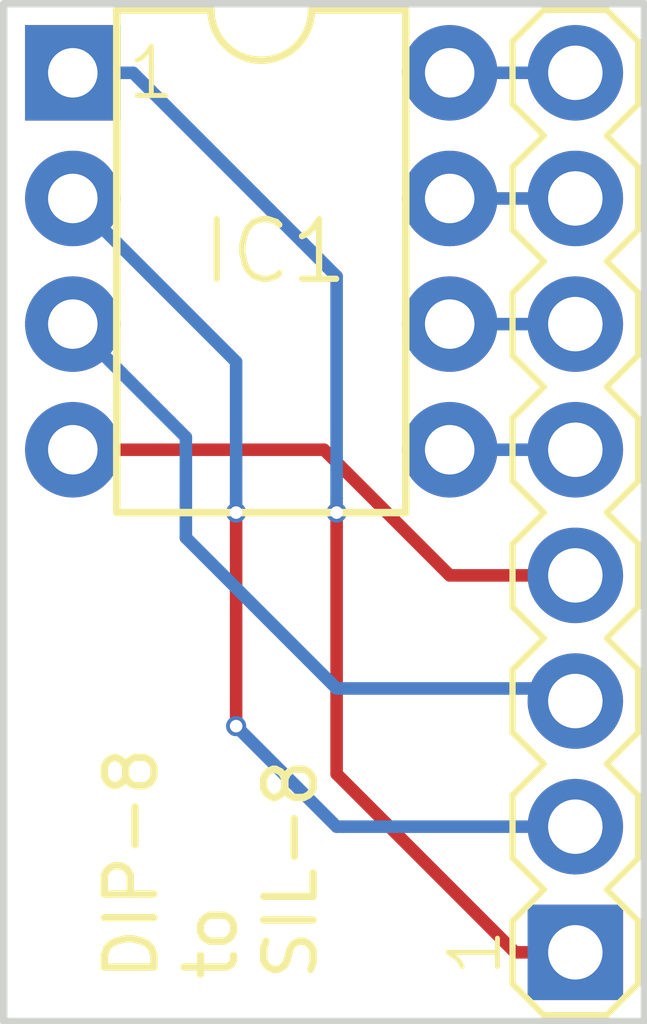
<source format=kicad_pcb>
(kicad_pcb (version 4) (host pcbnew 4.0.6-e0-6349~52~ubuntu17.04.1)

  (general
    (links 8)
    (no_connects 0)
    (area 133.909999 92.040528 149.4016 112.991901)
    (thickness 1.6)
    (drawings 5)
    (tracks 32)
    (zones 0)
    (modules 2)
    (nets 9)
  )

  (page A4)
  (layers
    (0 F.Cu signal)
    (31 B.Cu signal)
    (32 B.Adhes user)
    (33 F.Adhes user)
    (34 B.Paste user)
    (35 F.Paste user)
    (36 B.SilkS user)
    (37 F.SilkS user)
    (38 B.Mask user)
    (39 F.Mask user)
    (40 Dwgs.User user)
    (41 Cmts.User user)
    (42 Eco1.User user)
    (43 Eco2.User user)
    (44 Edge.Cuts user)
    (45 Margin user)
    (46 B.CrtYd user)
    (47 F.CrtYd user)
    (48 B.Fab user)
    (49 F.Fab user)
  )

  (setup
    (last_trace_width 0.254)
    (trace_clearance 0.1524)
    (zone_clearance 0.508)
    (zone_45_only no)
    (trace_min 0.1524)
    (segment_width 0.2)
    (edge_width 0.15)
    (via_size 0.4064)
    (via_drill 0.254)
    (via_min_size 0.4064)
    (via_min_drill 0.254)
    (uvia_size 0.3)
    (uvia_drill 0.1)
    (uvias_allowed no)
    (uvia_min_size 0)
    (uvia_min_drill 0)
    (pcb_text_width 0.3)
    (pcb_text_size 1.5 1.5)
    (mod_edge_width 0.15)
    (mod_text_size 1 1)
    (mod_text_width 0.15)
    (pad_size 1.524 1.524)
    (pad_drill 0.762)
    (pad_to_mask_clearance 0)
    (aux_axis_origin 0 0)
    (visible_elements FFFFFF7F)
    (pcbplotparams
      (layerselection 0x00030_80000001)
      (usegerberextensions false)
      (excludeedgelayer true)
      (linewidth 0.100000)
      (plotframeref false)
      (viasonmask false)
      (mode 1)
      (useauxorigin false)
      (hpglpennumber 1)
      (hpglpenspeed 20)
      (hpglpendiameter 15)
      (hpglpenoverlay 2)
      (psnegative false)
      (psa4output false)
      (plotreference true)
      (plotvalue true)
      (plotinvisibletext false)
      (padsonsilk false)
      (subtractmaskfromsilk false)
      (outputformat 1)
      (mirror false)
      (drillshape 1)
      (scaleselection 1)
      (outputdirectory svg_v1.1/))
  )

  (net 0 "")
  (net 1 "Net-(IC1-Pad1)")
  (net 2 "Net-(IC1-Pad2)")
  (net 3 "Net-(IC1-Pad7)")
  (net 4 "Net-(IC1-Pad8)")
  (net 5 "Net-(IC1-Pad3)")
  (net 6 "Net-(IC1-Pad4)")
  (net 7 "Net-(IC1-Pad6)")
  (net 8 "Net-(IC1-Pad5)")

  (net_class Default "This is the default net class."
    (clearance 0.1524)
    (trace_width 0.254)
    (via_dia 0.4064)
    (via_drill 0.254)
    (uvia_dia 0.3)
    (uvia_drill 0.1)
    (add_net "Net-(IC1-Pad1)")
    (add_net "Net-(IC1-Pad2)")
    (add_net "Net-(IC1-Pad3)")
    (add_net "Net-(IC1-Pad4)")
    (add_net "Net-(IC1-Pad5)")
    (add_net "Net-(IC1-Pad6)")
    (add_net "Net-(IC1-Pad7)")
    (add_net "Net-(IC1-Pad8)")
  )

  (module "Madbean 40xx-2:DIL08" (layer F.Cu) (tedit 595BDFA5) (tstamp 595A1B22)
    (at 139.192 97.536 270)
    (descr "<b>Dual In Line Package</b>")
    (path /595A1A43)
    (fp_text reference IC1 (at 0.508 1.27 360) (layer F.SilkS)
      (effects (font (size 1.2065 1.2065) (thickness 0.127)) (justify left bottom))
    )
    (fp_text value TL072 (at 0 0 270) (layer F.SilkS) hide
      (effects (font (size 1.2065 1.2065) (thickness 0.127)) (justify left bottom))
    )
    (fp_text user 1 (at -3.81 2.2225 360) (layer F.SilkS)
      (effects (font (size 1 1) (thickness 0.1)))
    )
    (fp_line (start 5.08 -2.921) (end -5.08 -2.921) (layer F.SilkS) (width 0.1524))
    (fp_line (start -5.08 2.921) (end 5.08 2.921) (layer F.SilkS) (width 0.1524))
    (fp_line (start 5.08 -2.921) (end 5.08 2.921) (layer F.SilkS) (width 0.1524))
    (fp_line (start -5.08 -2.921) (end -5.08 -1.016) (layer F.SilkS) (width 0.1524))
    (fp_line (start -5.08 2.921) (end -5.08 1.016) (layer F.SilkS) (width 0.1524))
    (fp_arc (start -5.08 0) (end -5.08 -1.016) (angle 180) (layer F.SilkS) (width 0.1524))
    (pad 1 thru_hole rect (at -3.81 3.81) (size 1.9304 1.9304) (drill 1) (layers *.Cu *.Mask)
      (net 1 "Net-(IC1-Pad1)"))
    (pad 2 thru_hole circle (at -1.27 3.81) (size 1.9304 1.9304) (drill 1) (layers *.Cu *.Mask)
      (net 2 "Net-(IC1-Pad2)"))
    (pad 7 thru_hole circle (at -1.27 -3.81) (size 1.9304 1.9304) (drill 1) (layers *.Cu *.Mask)
      (net 3 "Net-(IC1-Pad7)"))
    (pad 8 thru_hole circle (at -3.81 -3.81) (size 1.9304 1.9304) (drill 1) (layers *.Cu *.Mask)
      (net 4 "Net-(IC1-Pad8)"))
    (pad 3 thru_hole circle (at 1.27 3.81) (size 1.9304 1.9304) (drill 1) (layers *.Cu *.Mask)
      (net 5 "Net-(IC1-Pad3)"))
    (pad 4 thru_hole circle (at 3.81 3.81) (size 1.9304 1.9304) (drill 1) (layers *.Cu *.Mask)
      (net 6 "Net-(IC1-Pad4)"))
    (pad 6 thru_hole circle (at 1.27 -3.81) (size 1.9304 1.9304) (drill 1) (layers *.Cu *.Mask)
      (net 7 "Net-(IC1-Pad6)"))
    (pad 5 thru_hole circle (at 3.81 -3.81) (size 1.9304 1.9304) (drill 1) (layers *.Cu *.Mask)
      (net 8 "Net-(IC1-Pad5)"))
  )

  (module headers:8-PIN (layer F.Cu) (tedit 595BDF93) (tstamp 595A1B2E)
    (at 145.542 102.616 90)
    (path /595A1C79)
    (fp_text reference SIL1 (at -6.35 -2.159 90) (layer F.SilkS) hide
      (effects (font (size 0.9652 0.9652) (thickness 0.08128)))
    )
    (fp_text value SIL8 (at 0 2.413 90) (layer F.SilkS) hide
      (effects (font (thickness 0.15)))
    )
    (fp_text user 1 (at -8.89 -2.032 90) (layer F.SilkS)
      (effects (font (size 1 1) (thickness 0.1)))
    )
    (fp_line (start -10.16 -0.635) (end -9.525 -1.27) (layer F.SilkS) (width 0.127))
    (fp_line (start -9.525 -1.27) (end -8.255 -1.27) (layer F.SilkS) (width 0.127))
    (fp_line (start -8.255 -1.27) (end -7.62 -0.635) (layer F.SilkS) (width 0.127))
    (fp_line (start -7.62 -0.635) (end -6.985 -1.27) (layer F.SilkS) (width 0.127))
    (fp_line (start -6.985 -1.27) (end -5.715 -1.27) (layer F.SilkS) (width 0.127))
    (fp_line (start -5.715 -1.27) (end -5.08 -0.635) (layer F.SilkS) (width 0.127))
    (fp_line (start -5.08 -0.635) (end -4.445 -1.27) (layer F.SilkS) (width 0.127))
    (fp_line (start -4.445 -1.27) (end -3.175 -1.27) (layer F.SilkS) (width 0.127))
    (fp_line (start -3.175 -1.27) (end -2.54 -0.635) (layer F.SilkS) (width 0.127))
    (fp_line (start -2.54 -0.635) (end -1.905 -1.27) (layer F.SilkS) (width 0.127))
    (fp_line (start -1.905 -1.27) (end -0.635 -1.27) (layer F.SilkS) (width 0.127))
    (fp_line (start -0.635 -1.27) (end 0 -0.635) (layer F.SilkS) (width 0.127))
    (fp_line (start 0 -0.635) (end 0.635 -1.27) (layer F.SilkS) (width 0.127))
    (fp_line (start 0.635 -1.27) (end 1.905 -1.27) (layer F.SilkS) (width 0.127))
    (fp_line (start 1.905 -1.27) (end 2.54 -0.635) (layer F.SilkS) (width 0.127))
    (fp_line (start 2.54 -0.635) (end 3.175 -1.27) (layer F.SilkS) (width 0.127))
    (fp_line (start 3.175 -1.27) (end 4.445 -1.27) (layer F.SilkS) (width 0.127))
    (fp_line (start 4.445 -1.27) (end 5.08 -0.635) (layer F.SilkS) (width 0.127))
    (fp_line (start 5.08 0.635) (end 4.445 1.27) (layer F.SilkS) (width 0.127))
    (fp_line (start 4.445 1.27) (end 3.175 1.27) (layer F.SilkS) (width 0.127))
    (fp_line (start 3.175 1.27) (end 2.54 0.635) (layer F.SilkS) (width 0.127))
    (fp_line (start 2.54 0.635) (end 1.905 1.27) (layer F.SilkS) (width 0.127))
    (fp_line (start 1.905 1.27) (end 0.635 1.27) (layer F.SilkS) (width 0.127))
    (fp_line (start 0.635 1.27) (end 0 0.635) (layer F.SilkS) (width 0.127))
    (fp_line (start 0 0.635) (end -0.635 1.27) (layer F.SilkS) (width 0.127))
    (fp_line (start -0.635 1.27) (end -1.905 1.27) (layer F.SilkS) (width 0.127))
    (fp_line (start -1.905 1.27) (end -2.54 0.635) (layer F.SilkS) (width 0.127))
    (fp_line (start -2.54 0.635) (end -3.175 1.27) (layer F.SilkS) (width 0.127))
    (fp_line (start -3.175 1.27) (end -4.445 1.27) (layer F.SilkS) (width 0.127))
    (fp_line (start -4.445 1.27) (end -5.08 0.635) (layer F.SilkS) (width 0.127))
    (fp_line (start -5.08 0.635) (end -5.715 1.27) (layer F.SilkS) (width 0.127))
    (fp_line (start -5.715 1.27) (end -6.985 1.27) (layer F.SilkS) (width 0.127))
    (fp_line (start -6.985 1.27) (end -7.62 0.635) (layer F.SilkS) (width 0.127))
    (fp_line (start -7.62 0.635) (end -8.255 1.27) (layer F.SilkS) (width 0.127))
    (fp_line (start -8.255 1.27) (end -9.525 1.27) (layer F.SilkS) (width 0.127))
    (fp_line (start -9.525 1.27) (end -10.16 0.635) (layer F.SilkS) (width 0.127))
    (fp_line (start -10.16 0.635) (end -10.16 -0.635) (layer F.SilkS) (width 0.127))
    (fp_line (start 10.16 -0.635) (end 10.16 0.635) (layer F.SilkS) (width 0.127))
    (fp_line (start 9.525 -1.27) (end 10.16 -0.635) (layer F.SilkS) (width 0.127))
    (fp_line (start 10.16 0.635) (end 9.525 1.27) (layer F.SilkS) (width 0.127))
    (fp_line (start 9.525 1.27) (end 8.255 1.27) (layer F.SilkS) (width 0.127))
    (fp_line (start 8.255 1.27) (end 7.62 0.635) (layer F.SilkS) (width 0.127))
    (fp_line (start 7.62 0.635) (end 6.985 1.27) (layer F.SilkS) (width 0.127))
    (fp_line (start 6.985 1.27) (end 5.715 1.27) (layer F.SilkS) (width 0.127))
    (fp_line (start 5.715 1.27) (end 5.08 0.635) (layer F.SilkS) (width 0.127))
    (fp_line (start 5.08 -0.635) (end 5.715 -1.27) (layer F.SilkS) (width 0.127))
    (fp_line (start 7.62 -0.635) (end 8.255 -1.27) (layer F.SilkS) (width 0.127))
    (fp_line (start 6.985 -1.27) (end 7.62 -0.635) (layer F.SilkS) (width 0.127))
    (fp_line (start 5.715 -1.27) (end 6.985 -1.27) (layer F.SilkS) (width 0.127))
    (fp_line (start 8.255 -1.27) (end 9.525 -1.27) (layer F.SilkS) (width 0.127))
    (pad 1 thru_hole rect (at -8.89 0 90) (size 1.9304 1.9304) (drill 1.1) (layers *.Cu *.Mask)
      (net 1 "Net-(IC1-Pad1)"))
    (pad 2 thru_hole circle (at -6.35 0 90) (size 1.9304 1.9304) (drill 1.1) (layers *.Cu *.Mask)
      (net 2 "Net-(IC1-Pad2)"))
    (pad 3 thru_hole circle (at -3.81 0 90) (size 1.9304 1.9304) (drill 1.1) (layers *.Cu *.Mask)
      (net 5 "Net-(IC1-Pad3)"))
    (pad 4 thru_hole circle (at -1.27 0 90) (size 1.9304 1.9304) (drill 1.1) (layers *.Cu *.Mask)
      (net 6 "Net-(IC1-Pad4)"))
    (pad 5 thru_hole circle (at 1.27 0 90) (size 1.9304 1.9304) (drill 1.1) (layers *.Cu *.Mask)
      (net 8 "Net-(IC1-Pad5)"))
    (pad 6 thru_hole circle (at 3.81 0 90) (size 1.9304 1.9304) (drill 1.1) (layers *.Cu *.Mask)
      (net 7 "Net-(IC1-Pad6)"))
    (pad 7 thru_hole circle (at 6.35 0 90) (size 1.9304 1.9304) (drill 1.1) (layers *.Cu *.Mask)
      (net 3 "Net-(IC1-Pad7)"))
    (pad 8 thru_hole circle (at 8.89 0 90) (size 1.9304 1.9304) (drill 1.1) (layers *.Cu *.Mask)
      (net 4 "Net-(IC1-Pad8)"))
  )

  (gr_text "DIP-8\nto\nSIL-8" (at 138.176 112.141 90) (layer F.SilkS)
    (effects (font (size 1 1) (thickness 0.15)) (justify left))
  )
  (gr_line (start 133.985 112.903) (end 146.939 112.903) (angle 90) (layer Edge.Cuts) (width 0.15))
  (gr_line (start 133.985 92.329) (end 133.985 112.903) (angle 90) (layer Edge.Cuts) (width 0.15))
  (gr_line (start 146.939 92.329) (end 133.985 92.329) (angle 90) (layer Edge.Cuts) (width 0.15))
  (gr_line (start 146.939 112.903) (end 146.939 92.329) (angle 90) (layer Edge.Cuts) (width 0.15))

  (segment (start 140.716 102.903368) (end 140.716 102.616) (width 0.254) (layer F.Cu) (net 1))
  (segment (start 140.716 107.8992) (end 140.716 102.903368) (width 0.254) (layer F.Cu) (net 1))
  (segment (start 144.3228 111.506) (end 140.716 107.8992) (width 0.254) (layer F.Cu) (net 1))
  (segment (start 140.716 102.328632) (end 140.716 102.616) (width 0.254) (layer B.Cu) (net 1))
  (segment (start 140.716 97.8408) (end 140.716 102.328632) (width 0.254) (layer B.Cu) (net 1))
  (segment (start 136.6012 93.726) (end 140.716 97.8408) (width 0.254) (layer B.Cu) (net 1))
  (segment (start 145.542 111.506) (end 144.3228 111.506) (width 0.254) (layer F.Cu) (net 1))
  (segment (start 135.382 93.726) (end 136.6012 93.726) (width 0.254) (layer B.Cu) (net 1))
  (via (at 140.716 102.616) (size 0.4064) (drill 0.254) (layers F.Cu B.Cu) (net 1))
  (segment (start 138.684 106.934) (end 140.716 108.966) (width 0.254) (layer B.Cu) (net 2))
  (segment (start 140.716 108.966) (end 140.843 108.966) (width 0.254) (layer B.Cu) (net 2))
  (segment (start 145.542 108.966) (end 140.843 108.966) (width 0.254) (layer B.Cu) (net 2))
  (segment (start 138.684 102.616) (end 138.684 106.934) (width 0.254) (layer F.Cu) (net 2))
  (via (at 138.684 106.934) (size 0.4064) (drill 0.254) (layers F.Cu B.Cu) (net 2))
  (segment (start 138.684 102.328632) (end 138.684 102.616) (width 0.254) (layer B.Cu) (net 2))
  (segment (start 138.684 99.568) (end 138.684 102.328632) (width 0.254) (layer B.Cu) (net 2))
  (via (at 138.684 102.616) (size 0.4064) (drill 0.254) (layers F.Cu B.Cu) (net 2))
  (segment (start 135.382 96.266) (end 138.684 99.568) (width 0.254) (layer B.Cu) (net 2))
  (segment (start 143.002 96.266) (end 145.542 96.266) (width 0.254) (layer B.Cu) (net 3))
  (segment (start 143.002 93.726) (end 145.542 93.726) (width 0.254) (layer B.Cu) (net 4))
  (segment (start 145.542 106.426) (end 145.288 106.172) (width 0.254) (layer B.Cu) (net 5))
  (segment (start 145.288 106.172) (end 140.716 106.172) (width 0.254) (layer B.Cu) (net 5))
  (segment (start 137.668 103.124) (end 137.668 101.092) (width 0.254) (layer B.Cu) (net 5))
  (segment (start 137.668 101.092) (end 136.347199 99.771199) (width 0.254) (layer B.Cu) (net 5))
  (segment (start 140.716 106.172) (end 137.668 103.124) (width 0.254) (layer B.Cu) (net 5))
  (segment (start 136.347199 99.771199) (end 135.382 98.806) (width 0.254) (layer B.Cu) (net 5))
  (segment (start 135.382 101.346) (end 140.462 101.346) (width 0.254) (layer F.Cu) (net 6))
  (segment (start 140.462 101.346) (end 143.002 103.886) (width 0.254) (layer F.Cu) (net 6))
  (segment (start 143.002 103.886) (end 144.177002 103.886) (width 0.254) (layer F.Cu) (net 6))
  (segment (start 144.177002 103.886) (end 145.542 103.886) (width 0.254) (layer F.Cu) (net 6))
  (segment (start 143.002 98.806) (end 145.542 98.806) (width 0.254) (layer B.Cu) (net 7))
  (segment (start 143.002 101.346) (end 145.542 101.346) (width 0.254) (layer B.Cu) (net 8))

)

</source>
